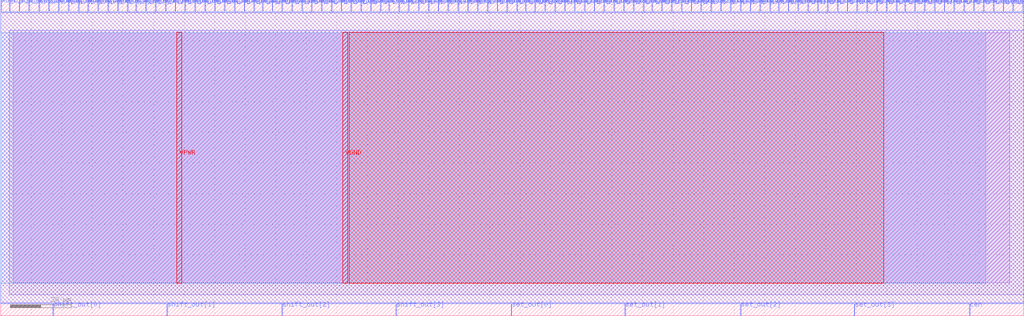
<source format=lef>
VERSION 5.7 ;
  NOWIREEXTENSIONATPIN ON ;
  DIVIDERCHAR "/" ;
  BUSBITCHARS "[]" ;
MACRO wishbone_configuratorinator
  CLASS BLOCK ;
  FOREIGN wishbone_configuratorinator ;
  ORIGIN -0.005 0.000 ;
  SIZE 334.745 BY 103.410 ;
  PIN cen
    DIRECTION OUTPUT TRISTATE ;
    PORT
      LAYER met2 ;
        RECT 316.970 0.000 317.250 4.000 ;
    END
  END cen
  PIN set_out[0]
    DIRECTION OUTPUT TRISTATE ;
    PORT
      LAYER met2 ;
        RECT 167.010 0.000 167.290 4.000 ;
    END
  END set_out[0]
  PIN set_out[1]
    DIRECTION OUTPUT TRISTATE ;
    PORT
      LAYER met2 ;
        RECT 204.270 0.000 204.550 4.000 ;
    END
  END set_out[1]
  PIN set_out[2]
    DIRECTION OUTPUT TRISTATE ;
    PORT
      LAYER met2 ;
        RECT 241.990 0.000 242.270 4.000 ;
    END
  END set_out[2]
  PIN set_out[3]
    DIRECTION OUTPUT TRISTATE ;
    PORT
      LAYER met2 ;
        RECT 279.250 0.000 279.530 4.000 ;
    END
  END set_out[3]
  PIN shift_out[0]
    DIRECTION OUTPUT TRISTATE ;
    PORT
      LAYER met2 ;
        RECT 17.050 0.000 17.330 4.000 ;
    END
  END shift_out[0]
  PIN shift_out[1]
    DIRECTION OUTPUT TRISTATE ;
    PORT
      LAYER met2 ;
        RECT 54.310 0.000 54.590 4.000 ;
    END
  END shift_out[1]
  PIN shift_out[2]
    DIRECTION OUTPUT TRISTATE ;
    PORT
      LAYER met2 ;
        RECT 92.030 0.000 92.310 4.000 ;
    END
  END shift_out[2]
  PIN shift_out[3]
    DIRECTION OUTPUT TRISTATE ;
    PORT
      LAYER met2 ;
        RECT 129.290 0.000 129.570 4.000 ;
    END
  END shift_out[3]
  PIN wb_clk_i
    DIRECTION INPUT ;
    PORT
      LAYER met2 ;
        RECT 0.030 99.410 0.310 103.410 ;
    END
  END wb_clk_i
  PIN wb_rst_i
    DIRECTION INPUT ;
    PORT
      LAYER met2 ;
        RECT 2.790 99.410 3.070 103.410 ;
    END
  END wb_rst_i
  PIN wbs_ack_o
    DIRECTION OUTPUT TRISTATE ;
    PORT
      LAYER met2 ;
        RECT 6.010 99.410 6.290 103.410 ;
    END
  END wbs_ack_o
  PIN wbs_addr_i[0]
    DIRECTION INPUT ;
    PORT
      LAYER met2 ;
        RECT 9.230 99.410 9.510 103.410 ;
    END
  END wbs_addr_i[0]
  PIN wbs_addr_i[10]
    DIRECTION INPUT ;
    PORT
      LAYER met2 ;
        RECT 41.430 99.410 41.710 103.410 ;
    END
  END wbs_addr_i[10]
  PIN wbs_addr_i[11]
    DIRECTION INPUT ;
    PORT
      LAYER met2 ;
        RECT 44.190 99.410 44.470 103.410 ;
    END
  END wbs_addr_i[11]
  PIN wbs_addr_i[12]
    DIRECTION INPUT ;
    PORT
      LAYER met2 ;
        RECT 47.410 99.410 47.690 103.410 ;
    END
  END wbs_addr_i[12]
  PIN wbs_addr_i[13]
    DIRECTION INPUT ;
    PORT
      LAYER met2 ;
        RECT 50.630 99.410 50.910 103.410 ;
    END
  END wbs_addr_i[13]
  PIN wbs_addr_i[14]
    DIRECTION INPUT ;
    PORT
      LAYER met2 ;
        RECT 53.850 99.410 54.130 103.410 ;
    END
  END wbs_addr_i[14]
  PIN wbs_addr_i[15]
    DIRECTION INPUT ;
    PORT
      LAYER met2 ;
        RECT 57.070 99.410 57.350 103.410 ;
    END
  END wbs_addr_i[15]
  PIN wbs_addr_i[16]
    DIRECTION INPUT ;
    PORT
      LAYER met2 ;
        RECT 60.290 99.410 60.570 103.410 ;
    END
  END wbs_addr_i[16]
  PIN wbs_addr_i[17]
    DIRECTION INPUT ;
    PORT
      LAYER met2 ;
        RECT 63.510 99.410 63.790 103.410 ;
    END
  END wbs_addr_i[17]
  PIN wbs_addr_i[18]
    DIRECTION INPUT ;
    PORT
      LAYER met2 ;
        RECT 66.730 99.410 67.010 103.410 ;
    END
  END wbs_addr_i[18]
  PIN wbs_addr_i[19]
    DIRECTION INPUT ;
    PORT
      LAYER met2 ;
        RECT 69.950 99.410 70.230 103.410 ;
    END
  END wbs_addr_i[19]
  PIN wbs_addr_i[1]
    DIRECTION INPUT ;
    PORT
      LAYER met2 ;
        RECT 12.450 99.410 12.730 103.410 ;
    END
  END wbs_addr_i[1]
  PIN wbs_addr_i[20]
    DIRECTION INPUT ;
    PORT
      LAYER met2 ;
        RECT 73.170 99.410 73.450 103.410 ;
    END
  END wbs_addr_i[20]
  PIN wbs_addr_i[21]
    DIRECTION INPUT ;
    PORT
      LAYER met2 ;
        RECT 76.390 99.410 76.670 103.410 ;
    END
  END wbs_addr_i[21]
  PIN wbs_addr_i[22]
    DIRECTION INPUT ;
    PORT
      LAYER met2 ;
        RECT 79.610 99.410 79.890 103.410 ;
    END
  END wbs_addr_i[22]
  PIN wbs_addr_i[23]
    DIRECTION INPUT ;
    PORT
      LAYER met2 ;
        RECT 82.830 99.410 83.110 103.410 ;
    END
  END wbs_addr_i[23]
  PIN wbs_addr_i[24]
    DIRECTION INPUT ;
    PORT
      LAYER met2 ;
        RECT 85.590 99.410 85.870 103.410 ;
    END
  END wbs_addr_i[24]
  PIN wbs_addr_i[25]
    DIRECTION INPUT ;
    PORT
      LAYER met2 ;
        RECT 88.810 99.410 89.090 103.410 ;
    END
  END wbs_addr_i[25]
  PIN wbs_addr_i[26]
    DIRECTION INPUT ;
    PORT
      LAYER met2 ;
        RECT 92.030 99.410 92.310 103.410 ;
    END
  END wbs_addr_i[26]
  PIN wbs_addr_i[27]
    DIRECTION INPUT ;
    PORT
      LAYER met2 ;
        RECT 95.250 99.410 95.530 103.410 ;
    END
  END wbs_addr_i[27]
  PIN wbs_addr_i[28]
    DIRECTION INPUT ;
    PORT
      LAYER met2 ;
        RECT 98.470 99.410 98.750 103.410 ;
    END
  END wbs_addr_i[28]
  PIN wbs_addr_i[29]
    DIRECTION INPUT ;
    PORT
      LAYER met2 ;
        RECT 101.690 99.410 101.970 103.410 ;
    END
  END wbs_addr_i[29]
  PIN wbs_addr_i[2]
    DIRECTION INPUT ;
    PORT
      LAYER met2 ;
        RECT 15.670 99.410 15.950 103.410 ;
    END
  END wbs_addr_i[2]
  PIN wbs_addr_i[30]
    DIRECTION INPUT ;
    PORT
      LAYER met2 ;
        RECT 104.910 99.410 105.190 103.410 ;
    END
  END wbs_addr_i[30]
  PIN wbs_addr_i[31]
    DIRECTION INPUT ;
    PORT
      LAYER met2 ;
        RECT 108.130 99.410 108.410 103.410 ;
    END
  END wbs_addr_i[31]
  PIN wbs_addr_i[3]
    DIRECTION INPUT ;
    PORT
      LAYER met2 ;
        RECT 18.890 99.410 19.170 103.410 ;
    END
  END wbs_addr_i[3]
  PIN wbs_addr_i[4]
    DIRECTION INPUT ;
    PORT
      LAYER met2 ;
        RECT 22.110 99.410 22.390 103.410 ;
    END
  END wbs_addr_i[4]
  PIN wbs_addr_i[5]
    DIRECTION INPUT ;
    PORT
      LAYER met2 ;
        RECT 25.330 99.410 25.610 103.410 ;
    END
  END wbs_addr_i[5]
  PIN wbs_addr_i[6]
    DIRECTION INPUT ;
    PORT
      LAYER met2 ;
        RECT 28.550 99.410 28.830 103.410 ;
    END
  END wbs_addr_i[6]
  PIN wbs_addr_i[7]
    DIRECTION INPUT ;
    PORT
      LAYER met2 ;
        RECT 31.770 99.410 32.050 103.410 ;
    END
  END wbs_addr_i[7]
  PIN wbs_addr_i[8]
    DIRECTION INPUT ;
    PORT
      LAYER met2 ;
        RECT 34.990 99.410 35.270 103.410 ;
    END
  END wbs_addr_i[8]
  PIN wbs_addr_i[9]
    DIRECTION INPUT ;
    PORT
      LAYER met2 ;
        RECT 38.210 99.410 38.490 103.410 ;
    END
  END wbs_addr_i[9]
  PIN wbs_cyc_i
    DIRECTION INPUT ;
    PORT
      LAYER met2 ;
        RECT 111.350 99.410 111.630 103.410 ;
    END
  END wbs_cyc_i
  PIN wbs_data_i[0]
    DIRECTION INPUT ;
    PORT
      LAYER met2 ;
        RECT 114.570 99.410 114.850 103.410 ;
    END
  END wbs_data_i[0]
  PIN wbs_data_i[10]
    DIRECTION INPUT ;
    PORT
      LAYER met2 ;
        RECT 146.310 99.410 146.590 103.410 ;
    END
  END wbs_data_i[10]
  PIN wbs_data_i[11]
    DIRECTION INPUT ;
    PORT
      LAYER met2 ;
        RECT 149.530 99.410 149.810 103.410 ;
    END
  END wbs_data_i[11]
  PIN wbs_data_i[12]
    DIRECTION INPUT ;
    PORT
      LAYER met2 ;
        RECT 152.750 99.410 153.030 103.410 ;
    END
  END wbs_data_i[12]
  PIN wbs_data_i[13]
    DIRECTION INPUT ;
    PORT
      LAYER met2 ;
        RECT 155.970 99.410 156.250 103.410 ;
    END
  END wbs_data_i[13]
  PIN wbs_data_i[14]
    DIRECTION INPUT ;
    PORT
      LAYER met2 ;
        RECT 159.190 99.410 159.470 103.410 ;
    END
  END wbs_data_i[14]
  PIN wbs_data_i[15]
    DIRECTION INPUT ;
    PORT
      LAYER met2 ;
        RECT 162.410 99.410 162.690 103.410 ;
    END
  END wbs_data_i[15]
  PIN wbs_data_i[16]
    DIRECTION INPUT ;
    PORT
      LAYER met2 ;
        RECT 165.630 99.410 165.910 103.410 ;
    END
  END wbs_data_i[16]
  PIN wbs_data_i[17]
    DIRECTION INPUT ;
    PORT
      LAYER met2 ;
        RECT 168.850 99.410 169.130 103.410 ;
    END
  END wbs_data_i[17]
  PIN wbs_data_i[18]
    DIRECTION INPUT ;
    PORT
      LAYER met2 ;
        RECT 171.610 99.410 171.890 103.410 ;
    END
  END wbs_data_i[18]
  PIN wbs_data_i[19]
    DIRECTION INPUT ;
    PORT
      LAYER met2 ;
        RECT 174.830 99.410 175.110 103.410 ;
    END
  END wbs_data_i[19]
  PIN wbs_data_i[1]
    DIRECTION INPUT ;
    PORT
      LAYER met2 ;
        RECT 117.790 99.410 118.070 103.410 ;
    END
  END wbs_data_i[1]
  PIN wbs_data_i[20]
    DIRECTION INPUT ;
    PORT
      LAYER met2 ;
        RECT 178.050 99.410 178.330 103.410 ;
    END
  END wbs_data_i[20]
  PIN wbs_data_i[21]
    DIRECTION INPUT ;
    PORT
      LAYER met2 ;
        RECT 181.270 99.410 181.550 103.410 ;
    END
  END wbs_data_i[21]
  PIN wbs_data_i[22]
    DIRECTION INPUT ;
    PORT
      LAYER met2 ;
        RECT 184.490 99.410 184.770 103.410 ;
    END
  END wbs_data_i[22]
  PIN wbs_data_i[23]
    DIRECTION INPUT ;
    PORT
      LAYER met2 ;
        RECT 187.710 99.410 187.990 103.410 ;
    END
  END wbs_data_i[23]
  PIN wbs_data_i[24]
    DIRECTION INPUT ;
    PORT
      LAYER met2 ;
        RECT 190.930 99.410 191.210 103.410 ;
    END
  END wbs_data_i[24]
  PIN wbs_data_i[25]
    DIRECTION INPUT ;
    PORT
      LAYER met2 ;
        RECT 194.150 99.410 194.430 103.410 ;
    END
  END wbs_data_i[25]
  PIN wbs_data_i[26]
    DIRECTION INPUT ;
    PORT
      LAYER met2 ;
        RECT 197.370 99.410 197.650 103.410 ;
    END
  END wbs_data_i[26]
  PIN wbs_data_i[27]
    DIRECTION INPUT ;
    PORT
      LAYER met2 ;
        RECT 200.590 99.410 200.870 103.410 ;
    END
  END wbs_data_i[27]
  PIN wbs_data_i[28]
    DIRECTION INPUT ;
    PORT
      LAYER met2 ;
        RECT 203.810 99.410 204.090 103.410 ;
    END
  END wbs_data_i[28]
  PIN wbs_data_i[29]
    DIRECTION INPUT ;
    PORT
      LAYER met2 ;
        RECT 207.030 99.410 207.310 103.410 ;
    END
  END wbs_data_i[29]
  PIN wbs_data_i[2]
    DIRECTION INPUT ;
    PORT
      LAYER met2 ;
        RECT 121.010 99.410 121.290 103.410 ;
    END
  END wbs_data_i[2]
  PIN wbs_data_i[30]
    DIRECTION INPUT ;
    PORT
      LAYER met2 ;
        RECT 210.250 99.410 210.530 103.410 ;
    END
  END wbs_data_i[30]
  PIN wbs_data_i[31]
    DIRECTION INPUT ;
    PORT
      LAYER met2 ;
        RECT 213.010 99.410 213.290 103.410 ;
    END
  END wbs_data_i[31]
  PIN wbs_data_i[3]
    DIRECTION INPUT ;
    PORT
      LAYER met2 ;
        RECT 124.230 99.410 124.510 103.410 ;
    END
  END wbs_data_i[3]
  PIN wbs_data_i[4]
    DIRECTION INPUT ;
    PORT
      LAYER met2 ;
        RECT 126.990 99.410 127.270 103.410 ;
    END
  END wbs_data_i[4]
  PIN wbs_data_i[5]
    DIRECTION INPUT ;
    PORT
      LAYER met2 ;
        RECT 130.210 99.410 130.490 103.410 ;
    END
  END wbs_data_i[5]
  PIN wbs_data_i[6]
    DIRECTION INPUT ;
    PORT
      LAYER met2 ;
        RECT 133.430 99.410 133.710 103.410 ;
    END
  END wbs_data_i[6]
  PIN wbs_data_i[7]
    DIRECTION INPUT ;
    PORT
      LAYER met2 ;
        RECT 136.650 99.410 136.930 103.410 ;
    END
  END wbs_data_i[7]
  PIN wbs_data_i[8]
    DIRECTION INPUT ;
    PORT
      LAYER met2 ;
        RECT 139.870 99.410 140.150 103.410 ;
    END
  END wbs_data_i[8]
  PIN wbs_data_i[9]
    DIRECTION INPUT ;
    PORT
      LAYER met2 ;
        RECT 143.090 99.410 143.370 103.410 ;
    END
  END wbs_data_i[9]
  PIN wbs_data_o[0]
    DIRECTION OUTPUT TRISTATE ;
    PORT
      LAYER met2 ;
        RECT 216.230 99.410 216.510 103.410 ;
    END
  END wbs_data_o[0]
  PIN wbs_data_o[10]
    DIRECTION OUTPUT TRISTATE ;
    PORT
      LAYER met2 ;
        RECT 248.430 99.410 248.710 103.410 ;
    END
  END wbs_data_o[10]
  PIN wbs_data_o[11]
    DIRECTION OUTPUT TRISTATE ;
    PORT
      LAYER met2 ;
        RECT 251.650 99.410 251.930 103.410 ;
    END
  END wbs_data_o[11]
  PIN wbs_data_o[12]
    DIRECTION OUTPUT TRISTATE ;
    PORT
      LAYER met2 ;
        RECT 254.410 99.410 254.690 103.410 ;
    END
  END wbs_data_o[12]
  PIN wbs_data_o[13]
    DIRECTION OUTPUT TRISTATE ;
    PORT
      LAYER met2 ;
        RECT 257.630 99.410 257.910 103.410 ;
    END
  END wbs_data_o[13]
  PIN wbs_data_o[14]
    DIRECTION OUTPUT TRISTATE ;
    PORT
      LAYER met2 ;
        RECT 260.850 99.410 261.130 103.410 ;
    END
  END wbs_data_o[14]
  PIN wbs_data_o[15]
    DIRECTION OUTPUT TRISTATE ;
    PORT
      LAYER met2 ;
        RECT 264.070 99.410 264.350 103.410 ;
    END
  END wbs_data_o[15]
  PIN wbs_data_o[16]
    DIRECTION OUTPUT TRISTATE ;
    PORT
      LAYER met2 ;
        RECT 267.290 99.410 267.570 103.410 ;
    END
  END wbs_data_o[16]
  PIN wbs_data_o[17]
    DIRECTION OUTPUT TRISTATE ;
    PORT
      LAYER met2 ;
        RECT 270.510 99.410 270.790 103.410 ;
    END
  END wbs_data_o[17]
  PIN wbs_data_o[18]
    DIRECTION OUTPUT TRISTATE ;
    PORT
      LAYER met2 ;
        RECT 273.730 99.410 274.010 103.410 ;
    END
  END wbs_data_o[18]
  PIN wbs_data_o[19]
    DIRECTION OUTPUT TRISTATE ;
    PORT
      LAYER met2 ;
        RECT 276.950 99.410 277.230 103.410 ;
    END
  END wbs_data_o[19]
  PIN wbs_data_o[1]
    DIRECTION OUTPUT TRISTATE ;
    PORT
      LAYER met2 ;
        RECT 219.450 99.410 219.730 103.410 ;
    END
  END wbs_data_o[1]
  PIN wbs_data_o[20]
    DIRECTION OUTPUT TRISTATE ;
    PORT
      LAYER met2 ;
        RECT 280.170 99.410 280.450 103.410 ;
    END
  END wbs_data_o[20]
  PIN wbs_data_o[21]
    DIRECTION OUTPUT TRISTATE ;
    PORT
      LAYER met2 ;
        RECT 283.390 99.410 283.670 103.410 ;
    END
  END wbs_data_o[21]
  PIN wbs_data_o[22]
    DIRECTION OUTPUT TRISTATE ;
    PORT
      LAYER met2 ;
        RECT 286.610 99.410 286.890 103.410 ;
    END
  END wbs_data_o[22]
  PIN wbs_data_o[23]
    DIRECTION OUTPUT TRISTATE ;
    PORT
      LAYER met2 ;
        RECT 289.830 99.410 290.110 103.410 ;
    END
  END wbs_data_o[23]
  PIN wbs_data_o[24]
    DIRECTION OUTPUT TRISTATE ;
    PORT
      LAYER met2 ;
        RECT 293.050 99.410 293.330 103.410 ;
    END
  END wbs_data_o[24]
  PIN wbs_data_o[25]
    DIRECTION OUTPUT TRISTATE ;
    PORT
      LAYER met2 ;
        RECT 295.810 99.410 296.090 103.410 ;
    END
  END wbs_data_o[25]
  PIN wbs_data_o[26]
    DIRECTION OUTPUT TRISTATE ;
    PORT
      LAYER met2 ;
        RECT 299.030 99.410 299.310 103.410 ;
    END
  END wbs_data_o[26]
  PIN wbs_data_o[27]
    DIRECTION OUTPUT TRISTATE ;
    PORT
      LAYER met2 ;
        RECT 302.250 99.410 302.530 103.410 ;
    END
  END wbs_data_o[27]
  PIN wbs_data_o[28]
    DIRECTION OUTPUT TRISTATE ;
    PORT
      LAYER met2 ;
        RECT 305.470 99.410 305.750 103.410 ;
    END
  END wbs_data_o[28]
  PIN wbs_data_o[29]
    DIRECTION OUTPUT TRISTATE ;
    PORT
      LAYER met2 ;
        RECT 308.690 99.410 308.970 103.410 ;
    END
  END wbs_data_o[29]
  PIN wbs_data_o[2]
    DIRECTION OUTPUT TRISTATE ;
    PORT
      LAYER met2 ;
        RECT 222.670 99.410 222.950 103.410 ;
    END
  END wbs_data_o[2]
  PIN wbs_data_o[30]
    DIRECTION OUTPUT TRISTATE ;
    PORT
      LAYER met2 ;
        RECT 311.910 99.410 312.190 103.410 ;
    END
  END wbs_data_o[30]
  PIN wbs_data_o[31]
    DIRECTION OUTPUT TRISTATE ;
    PORT
      LAYER met2 ;
        RECT 315.130 99.410 315.410 103.410 ;
    END
  END wbs_data_o[31]
  PIN wbs_data_o[3]
    DIRECTION OUTPUT TRISTATE ;
    PORT
      LAYER met2 ;
        RECT 225.890 99.410 226.170 103.410 ;
    END
  END wbs_data_o[3]
  PIN wbs_data_o[4]
    DIRECTION OUTPUT TRISTATE ;
    PORT
      LAYER met2 ;
        RECT 229.110 99.410 229.390 103.410 ;
    END
  END wbs_data_o[4]
  PIN wbs_data_o[5]
    DIRECTION OUTPUT TRISTATE ;
    PORT
      LAYER met2 ;
        RECT 232.330 99.410 232.610 103.410 ;
    END
  END wbs_data_o[5]
  PIN wbs_data_o[6]
    DIRECTION OUTPUT TRISTATE ;
    PORT
      LAYER met2 ;
        RECT 235.550 99.410 235.830 103.410 ;
    END
  END wbs_data_o[6]
  PIN wbs_data_o[7]
    DIRECTION OUTPUT TRISTATE ;
    PORT
      LAYER met2 ;
        RECT 238.770 99.410 239.050 103.410 ;
    END
  END wbs_data_o[7]
  PIN wbs_data_o[8]
    DIRECTION OUTPUT TRISTATE ;
    PORT
      LAYER met2 ;
        RECT 241.990 99.410 242.270 103.410 ;
    END
  END wbs_data_o[8]
  PIN wbs_data_o[9]
    DIRECTION OUTPUT TRISTATE ;
    PORT
      LAYER met2 ;
        RECT 245.210 99.410 245.490 103.410 ;
    END
  END wbs_data_o[9]
  PIN wbs_sel_i[0]
    DIRECTION INPUT ;
    PORT
      LAYER met2 ;
        RECT 318.350 99.410 318.630 103.410 ;
    END
  END wbs_sel_i[0]
  PIN wbs_sel_i[1]
    DIRECTION INPUT ;
    PORT
      LAYER met2 ;
        RECT 321.570 99.410 321.850 103.410 ;
    END
  END wbs_sel_i[1]
  PIN wbs_sel_i[2]
    DIRECTION INPUT ;
    PORT
      LAYER met2 ;
        RECT 324.790 99.410 325.070 103.410 ;
    END
  END wbs_sel_i[2]
  PIN wbs_sel_i[3]
    DIRECTION INPUT ;
    PORT
      LAYER met2 ;
        RECT 328.010 99.410 328.290 103.410 ;
    END
  END wbs_sel_i[3]
  PIN wbs_stb_i
    DIRECTION INPUT ;
    PORT
      LAYER met2 ;
        RECT 331.230 99.410 331.510 103.410 ;
    END
  END wbs_stb_i
  PIN wbs_we_i
    DIRECTION INPUT ;
    PORT
      LAYER met2 ;
        RECT 334.450 99.410 334.730 103.410 ;
    END
  END wbs_we_i
  PIN VPWR
    DIRECTION INPUT ;
    USE POWER ;
    PORT
      LAYER met4 ;
        RECT 57.635 10.640 59.235 92.720 ;
    END
  END VPWR
  PIN VGND
    DIRECTION INPUT ;
    USE GROUND ;
    PORT
      LAYER met4 ;
        RECT 111.995 10.640 113.595 92.720 ;
    END
  END VGND
  OBS
      LAYER li1 ;
        RECT 4.080 10.795 330.220 92.565 ;
      LAYER met1 ;
        RECT 2.770 6.840 334.750 93.460 ;
      LAYER met2 ;
        RECT 0.590 99.130 2.510 99.410 ;
        RECT 3.350 99.130 5.730 99.410 ;
        RECT 6.570 99.130 8.950 99.410 ;
        RECT 9.790 99.130 12.170 99.410 ;
        RECT 13.010 99.130 15.390 99.410 ;
        RECT 16.230 99.130 18.610 99.410 ;
        RECT 19.450 99.130 21.830 99.410 ;
        RECT 22.670 99.130 25.050 99.410 ;
        RECT 25.890 99.130 28.270 99.410 ;
        RECT 29.110 99.130 31.490 99.410 ;
        RECT 32.330 99.130 34.710 99.410 ;
        RECT 35.550 99.130 37.930 99.410 ;
        RECT 38.770 99.130 41.150 99.410 ;
        RECT 41.990 99.130 43.910 99.410 ;
        RECT 44.750 99.130 47.130 99.410 ;
        RECT 47.970 99.130 50.350 99.410 ;
        RECT 51.190 99.130 53.570 99.410 ;
        RECT 54.410 99.130 56.790 99.410 ;
        RECT 57.630 99.130 60.010 99.410 ;
        RECT 60.850 99.130 63.230 99.410 ;
        RECT 64.070 99.130 66.450 99.410 ;
        RECT 67.290 99.130 69.670 99.410 ;
        RECT 70.510 99.130 72.890 99.410 ;
        RECT 73.730 99.130 76.110 99.410 ;
        RECT 76.950 99.130 79.330 99.410 ;
        RECT 80.170 99.130 82.550 99.410 ;
        RECT 83.390 99.130 85.310 99.410 ;
        RECT 86.150 99.130 88.530 99.410 ;
        RECT 89.370 99.130 91.750 99.410 ;
        RECT 92.590 99.130 94.970 99.410 ;
        RECT 95.810 99.130 98.190 99.410 ;
        RECT 99.030 99.130 101.410 99.410 ;
        RECT 102.250 99.130 104.630 99.410 ;
        RECT 105.470 99.130 107.850 99.410 ;
        RECT 108.690 99.130 111.070 99.410 ;
        RECT 111.910 99.130 114.290 99.410 ;
        RECT 115.130 99.130 117.510 99.410 ;
        RECT 118.350 99.130 120.730 99.410 ;
        RECT 121.570 99.130 123.950 99.410 ;
        RECT 124.790 99.130 126.710 99.410 ;
        RECT 127.550 99.130 129.930 99.410 ;
        RECT 130.770 99.130 133.150 99.410 ;
        RECT 133.990 99.130 136.370 99.410 ;
        RECT 137.210 99.130 139.590 99.410 ;
        RECT 140.430 99.130 142.810 99.410 ;
        RECT 143.650 99.130 146.030 99.410 ;
        RECT 146.870 99.130 149.250 99.410 ;
        RECT 150.090 99.130 152.470 99.410 ;
        RECT 153.310 99.130 155.690 99.410 ;
        RECT 156.530 99.130 158.910 99.410 ;
        RECT 159.750 99.130 162.130 99.410 ;
        RECT 162.970 99.130 165.350 99.410 ;
        RECT 166.190 99.130 168.570 99.410 ;
        RECT 169.410 99.130 171.330 99.410 ;
        RECT 172.170 99.130 174.550 99.410 ;
        RECT 175.390 99.130 177.770 99.410 ;
        RECT 178.610 99.130 180.990 99.410 ;
        RECT 181.830 99.130 184.210 99.410 ;
        RECT 185.050 99.130 187.430 99.410 ;
        RECT 188.270 99.130 190.650 99.410 ;
        RECT 191.490 99.130 193.870 99.410 ;
        RECT 194.710 99.130 197.090 99.410 ;
        RECT 197.930 99.130 200.310 99.410 ;
        RECT 201.150 99.130 203.530 99.410 ;
        RECT 204.370 99.130 206.750 99.410 ;
        RECT 207.590 99.130 209.970 99.410 ;
        RECT 210.810 99.130 212.730 99.410 ;
        RECT 213.570 99.130 215.950 99.410 ;
        RECT 216.790 99.130 219.170 99.410 ;
        RECT 220.010 99.130 222.390 99.410 ;
        RECT 223.230 99.130 225.610 99.410 ;
        RECT 226.450 99.130 228.830 99.410 ;
        RECT 229.670 99.130 232.050 99.410 ;
        RECT 232.890 99.130 235.270 99.410 ;
        RECT 236.110 99.130 238.490 99.410 ;
        RECT 239.330 99.130 241.710 99.410 ;
        RECT 242.550 99.130 244.930 99.410 ;
        RECT 245.770 99.130 248.150 99.410 ;
        RECT 248.990 99.130 251.370 99.410 ;
        RECT 252.210 99.130 254.130 99.410 ;
        RECT 254.970 99.130 257.350 99.410 ;
        RECT 258.190 99.130 260.570 99.410 ;
        RECT 261.410 99.130 263.790 99.410 ;
        RECT 264.630 99.130 267.010 99.410 ;
        RECT 267.850 99.130 270.230 99.410 ;
        RECT 271.070 99.130 273.450 99.410 ;
        RECT 274.290 99.130 276.670 99.410 ;
        RECT 277.510 99.130 279.890 99.410 ;
        RECT 280.730 99.130 283.110 99.410 ;
        RECT 283.950 99.130 286.330 99.410 ;
        RECT 287.170 99.130 289.550 99.410 ;
        RECT 290.390 99.130 292.770 99.410 ;
        RECT 293.610 99.130 295.530 99.410 ;
        RECT 296.370 99.130 298.750 99.410 ;
        RECT 299.590 99.130 301.970 99.410 ;
        RECT 302.810 99.130 305.190 99.410 ;
        RECT 306.030 99.130 308.410 99.410 ;
        RECT 309.250 99.130 311.630 99.410 ;
        RECT 312.470 99.130 314.850 99.410 ;
        RECT 315.690 99.130 318.070 99.410 ;
        RECT 318.910 99.130 321.290 99.410 ;
        RECT 322.130 99.130 324.510 99.410 ;
        RECT 325.350 99.130 327.730 99.410 ;
        RECT 328.570 99.130 330.950 99.410 ;
        RECT 331.790 99.130 334.170 99.410 ;
        RECT 0.030 4.280 334.720 99.130 ;
        RECT 0.030 4.000 16.770 4.280 ;
        RECT 17.610 4.000 54.030 4.280 ;
        RECT 54.870 4.000 91.750 4.280 ;
        RECT 92.590 4.000 129.010 4.280 ;
        RECT 129.850 4.000 166.730 4.280 ;
        RECT 167.570 4.000 203.990 4.280 ;
        RECT 204.830 4.000 241.710 4.280 ;
        RECT 242.550 4.000 278.970 4.280 ;
        RECT 279.810 4.000 316.690 4.280 ;
        RECT 317.530 4.000 334.720 4.280 ;
      LAYER met3 ;
        RECT 0.005 10.715 322.335 92.645 ;
      LAYER met4 ;
        RECT 113.995 10.640 288.985 92.720 ;
  END
END wishbone_configuratorinator
END LIBRARY


</source>
